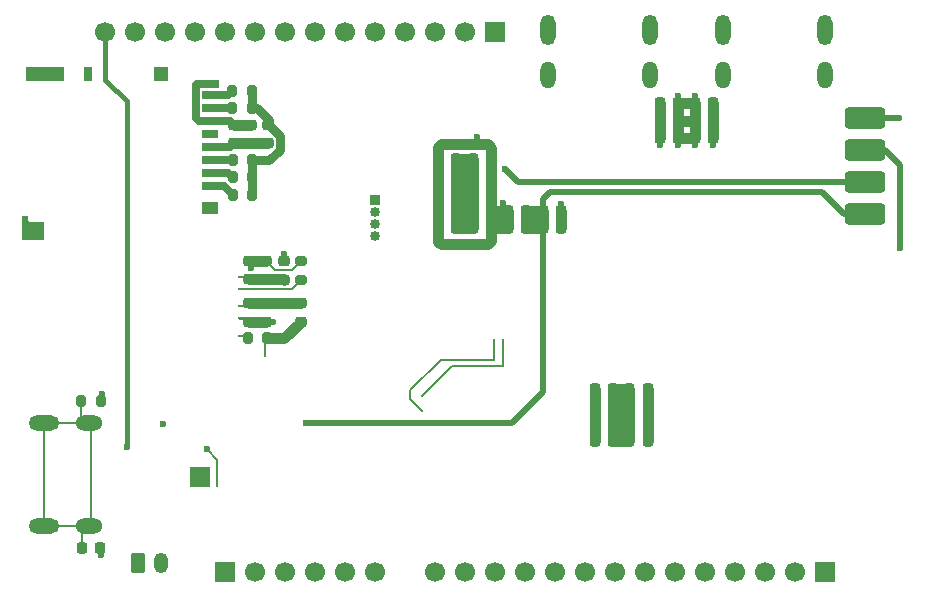
<source format=gbr>
%TF.GenerationSoftware,KiCad,Pcbnew,9.0.3*%
%TF.CreationDate,2025-10-10T02:21:22-04:00*%
%TF.ProjectId,sbc,7362632e-6b69-4636-9164-5f7063625858,rev?*%
%TF.SameCoordinates,Original*%
%TF.FileFunction,Copper,L6,Bot*%
%TF.FilePolarity,Positive*%
%FSLAX46Y46*%
G04 Gerber Fmt 4.6, Leading zero omitted, Abs format (unit mm)*
G04 Created by KiCad (PCBNEW 9.0.3) date 2025-10-10 02:21:22*
%MOMM*%
%LPD*%
G01*
G04 APERTURE LIST*
G04 Aperture macros list*
%AMRoundRect*
0 Rectangle with rounded corners*
0 $1 Rounding radius*
0 $2 $3 $4 $5 $6 $7 $8 $9 X,Y pos of 4 corners*
0 Add a 4 corners polygon primitive as box body*
4,1,4,$2,$3,$4,$5,$6,$7,$8,$9,$2,$3,0*
0 Add four circle primitives for the rounded corners*
1,1,$1+$1,$2,$3*
1,1,$1+$1,$4,$5*
1,1,$1+$1,$6,$7*
1,1,$1+$1,$8,$9*
0 Add four rect primitives between the rounded corners*
20,1,$1+$1,$2,$3,$4,$5,0*
20,1,$1+$1,$4,$5,$6,$7,0*
20,1,$1+$1,$6,$7,$8,$9,0*
20,1,$1+$1,$8,$9,$2,$3,0*%
%AMRotRect*
0 Rectangle, with rotation*
0 The origin of the aperture is its center*
0 $1 length*
0 $2 width*
0 $3 Rotation angle, in degrees counterclockwise*
0 Add horizontal line*
21,1,$1,$2,0,0,$3*%
G04 Aperture macros list end*
%TA.AperFunction,SMDPad,CuDef*%
%ADD10RoundRect,0.225000X0.250000X-0.225000X0.250000X0.225000X-0.250000X0.225000X-0.250000X-0.225000X0*%
%TD*%
%TA.AperFunction,HeatsinkPad*%
%ADD11O,2.300000X1.300000*%
%TD*%
%TA.AperFunction,HeatsinkPad*%
%ADD12O,2.600000X1.300000*%
%TD*%
%TA.AperFunction,ComponentPad*%
%ADD13RoundRect,0.250000X-0.350000X-0.625000X0.350000X-0.625000X0.350000X0.625000X-0.350000X0.625000X0*%
%TD*%
%TA.AperFunction,ComponentPad*%
%ADD14O,1.200000X1.750000*%
%TD*%
%TA.AperFunction,HeatsinkPad*%
%ADD15O,1.300000X2.300000*%
%TD*%
%TA.AperFunction,HeatsinkPad*%
%ADD16O,1.300000X2.600000*%
%TD*%
%TA.AperFunction,ComponentPad*%
%ADD17R,1.700000X1.700000*%
%TD*%
%TA.AperFunction,ComponentPad*%
%ADD18C,1.700000*%
%TD*%
%TA.AperFunction,HeatsinkPad*%
%ADD19C,0.500000*%
%TD*%
%TA.AperFunction,HeatsinkPad*%
%ADD20R,1.680000X1.680000*%
%TD*%
%TA.AperFunction,ComponentPad*%
%ADD21R,0.850000X0.850000*%
%TD*%
%TA.AperFunction,ComponentPad*%
%ADD22C,0.850000*%
%TD*%
%TA.AperFunction,SMDPad,CuDef*%
%ADD23RoundRect,0.225000X-0.225000X-0.250000X0.225000X-0.250000X0.225000X0.250000X-0.225000X0.250000X0*%
%TD*%
%TA.AperFunction,SMDPad,CuDef*%
%ADD24RoundRect,0.200000X0.200000X0.275000X-0.200000X0.275000X-0.200000X-0.275000X0.200000X-0.275000X0*%
%TD*%
%TA.AperFunction,SMDPad,CuDef*%
%ADD25RoundRect,0.250000X1.450000X0.650000X-1.450000X0.650000X-1.450000X-0.650000X1.450000X-0.650000X0*%
%TD*%
%TA.AperFunction,SMDPad,CuDef*%
%ADD26RoundRect,0.218750X0.256250X-0.218750X0.256250X0.218750X-0.256250X0.218750X-0.256250X-0.218750X0*%
%TD*%
%TA.AperFunction,SMDPad,CuDef*%
%ADD27RoundRect,0.225000X0.225000X0.250000X-0.225000X0.250000X-0.225000X-0.250000X0.225000X-0.250000X0*%
%TD*%
%TA.AperFunction,SMDPad,CuDef*%
%ADD28R,1.400000X0.700000*%
%TD*%
%TA.AperFunction,SMDPad,CuDef*%
%ADD29R,1.200000X0.700000*%
%TD*%
%TA.AperFunction,SMDPad,CuDef*%
%ADD30R,0.800000X1.200000*%
%TD*%
%TA.AperFunction,SMDPad,CuDef*%
%ADD31R,1.900000X1.500000*%
%TD*%
%TA.AperFunction,SMDPad,CuDef*%
%ADD32RotRect,0.200000X0.200000X45.000000*%
%TD*%
%TA.AperFunction,SMDPad,CuDef*%
%ADD33R,0.500000X0.500000*%
%TD*%
%TA.AperFunction,SMDPad,CuDef*%
%ADD34R,1.400000X1.000000*%
%TD*%
%TA.AperFunction,SMDPad,CuDef*%
%ADD35R,3.200000X1.200000*%
%TD*%
%TA.AperFunction,SMDPad,CuDef*%
%ADD36R,1.200000X1.200000*%
%TD*%
%TA.AperFunction,SMDPad,CuDef*%
%ADD37RoundRect,0.225000X-0.250000X0.225000X-0.250000X-0.225000X0.250000X-0.225000X0.250000X0.225000X0*%
%TD*%
%TA.AperFunction,SMDPad,CuDef*%
%ADD38RoundRect,0.200000X-0.275000X0.200000X-0.275000X-0.200000X0.275000X-0.200000X0.275000X0.200000X0*%
%TD*%
%TA.AperFunction,SMDPad,CuDef*%
%ADD39RoundRect,0.218750X-0.256250X0.218750X-0.256250X-0.218750X0.256250X-0.218750X0.256250X0.218750X0*%
%TD*%
%TA.AperFunction,SMDPad,CuDef*%
%ADD40RoundRect,0.200000X-0.200000X-0.275000X0.200000X-0.275000X0.200000X0.275000X-0.200000X0.275000X0*%
%TD*%
%TA.AperFunction,ViaPad*%
%ADD41C,0.600000*%
%TD*%
%TA.AperFunction,ViaPad*%
%ADD42C,0.300000*%
%TD*%
%TA.AperFunction,Conductor*%
%ADD43C,0.762000*%
%TD*%
%TA.AperFunction,Conductor*%
%ADD44C,0.889000*%
%TD*%
%TA.AperFunction,Conductor*%
%ADD45C,0.635000*%
%TD*%
%TA.AperFunction,Conductor*%
%ADD46C,0.200000*%
%TD*%
%TA.AperFunction,Conductor*%
%ADD47C,0.254000*%
%TD*%
%TA.AperFunction,Conductor*%
%ADD48C,0.150000*%
%TD*%
%TA.AperFunction,Conductor*%
%ADD49C,0.508000*%
%TD*%
%TA.AperFunction,Conductor*%
%ADD50C,0.381000*%
%TD*%
G04 APERTURE END LIST*
D10*
%TO.P,FB1,1*%
%TO.N,/SD MMC/3.3V*%
X123010000Y-88165000D03*
%TO.P,FB1,2*%
%TO.N,P3V3*%
X123010000Y-86615000D03*
%TD*%
D11*
%TO.P,J6,S1,SHIELD*%
%TO.N,Net-(J6-SHIELD)*%
X107827500Y-111905000D03*
D12*
X104002500Y-111905000D03*
D11*
X107827500Y-120545000D03*
D12*
X104002500Y-120545000D03*
%TD*%
D13*
%TO.P,J3,1,Pin_1*%
%TO.N,V_BAT*%
X111970000Y-123710000D03*
D14*
%TO.P,J3,2,Pin_2*%
%TO.N,GND*%
X113970000Y-123710000D03*
%TD*%
D15*
%TO.P,J1,S1,SHIELD*%
%TO.N,GND*%
X170140000Y-82385000D03*
D16*
X170140000Y-78560000D03*
D15*
X161500000Y-82385000D03*
D16*
X161500000Y-78560000D03*
%TD*%
D15*
%TO.P,J7,S1,SHIELD*%
%TO.N,GND*%
X155320000Y-82385000D03*
D16*
X155320000Y-78560000D03*
D15*
X146680000Y-82385000D03*
D16*
X146680000Y-78560000D03*
%TD*%
D17*
%TO.P,J4,1,Pin_1*%
%TO.N,/FPGA + SRAM/FPGA/SPI_CNFG_CS*%
X119380000Y-124460000D03*
D18*
%TO.P,J4,2,Pin_2*%
%TO.N,/FPGA + SRAM/FPGA/SPI_CNFG_SCK*%
X121920000Y-124460000D03*
%TO.P,J4,3,Pin_3*%
%TO.N,/FPGA + SRAM/FPGA/SPI_CNFG_DI*%
X124460000Y-124460000D03*
%TO.P,J4,4,Pin_4*%
%TO.N,/FPGA + SRAM/FPGA/SPI_CNFG_DO*%
X127000000Y-124460000D03*
%TO.P,J4,5,Pin_5*%
%TO.N,P3V3*%
X129540000Y-124460000D03*
%TO.P,J4,6,Pin_6*%
%TO.N,GND*%
X132080000Y-124460000D03*
%TD*%
D19*
%TO.P,U9,17,VSS*%
%TO.N,GND*%
X116647500Y-117030000D03*
X117827500Y-117030000D03*
D20*
X117237500Y-116440000D03*
D19*
X116647500Y-115850000D03*
X117827500Y-115850000D03*
%TD*%
D17*
%TO.P,J8,1,Pin_1*%
%TO.N,GND*%
X170180000Y-124460000D03*
D18*
%TO.P,J8,2,Pin_2*%
%TO.N,/FPGA + SRAM/IO_B1*%
X167640000Y-124460000D03*
%TO.P,J8,3,Pin_3*%
%TO.N,/FPGA + SRAM/IO_B2*%
X165100000Y-124460000D03*
%TO.P,J8,4,Pin_4*%
%TO.N,/FPGA + SRAM/IO_B3*%
X162560000Y-124460000D03*
%TO.P,J8,5,Pin_5*%
%TO.N,/FPGA + SRAM/IO_B4*%
X160020000Y-124460000D03*
%TO.P,J8,6,Pin_6*%
%TO.N,/FPGA + SRAM/IO_B5*%
X157480000Y-124460000D03*
%TO.P,J8,7,Pin_7*%
%TO.N,/FPGA + SRAM/IO_B6*%
X154940000Y-124460000D03*
%TO.P,J8,8,Pin_8*%
%TO.N,/FPGA + SRAM/IO_B7*%
X152400000Y-124460000D03*
%TO.P,J8,9,Pin_9*%
%TO.N,/FPGA + SRAM/IO_B8*%
X149860000Y-124460000D03*
%TO.P,J8,10,Pin_10*%
%TO.N,/FPGA + SRAM/IO_B9*%
X147320000Y-124460000D03*
%TO.P,J8,11,Pin_11*%
%TO.N,/FPGA + SRAM/IO_B10*%
X144780000Y-124460000D03*
%TO.P,J8,12,Pin_12*%
%TO.N,GND*%
X142240000Y-124460000D03*
%TO.P,J8,13,Pin_13*%
%TO.N,P3V3*%
X139700000Y-124460000D03*
%TO.P,J8,14,Pin_14*%
%TO.N,V_BAT*%
X137160000Y-124460000D03*
%TD*%
D17*
%TO.P,J5,1,Pin_1*%
%TO.N,GND*%
X142240000Y-78740000D03*
D18*
%TO.P,J5,2,Pin_2*%
%TO.N,/FPGA + SRAM/IO_T1*%
X139700000Y-78740000D03*
%TO.P,J5,3,Pin_3*%
%TO.N,/FPGA + SRAM/IO_T2*%
X137160000Y-78740000D03*
%TO.P,J5,4,Pin_4*%
%TO.N,/FPGA + SRAM/IO_T3*%
X134620000Y-78740000D03*
%TO.P,J5,5,Pin_5*%
%TO.N,/FPGA + SRAM/IO_T4*%
X132080000Y-78740000D03*
%TO.P,J5,6,Pin_6*%
%TO.N,/FPGA + SRAM/IO_T5*%
X129540000Y-78740000D03*
%TO.P,J5,7,Pin_7*%
%TO.N,/FPGA + SRAM/IO_T6*%
X127000000Y-78740000D03*
%TO.P,J5,8,Pin_8*%
%TO.N,/FPGA + SRAM/IO_T7*%
X124460000Y-78740000D03*
%TO.P,J5,9,Pin_9*%
%TO.N,/FPGA + SRAM/IO_T8*%
X121920000Y-78740000D03*
%TO.P,J5,10,Pin_10*%
%TO.N,/FPGA + SRAM/IO_T9*%
X119380000Y-78740000D03*
%TO.P,J5,11,Pin_11*%
%TO.N,/FPGA + SRAM/IO_T10*%
X116840000Y-78740000D03*
%TO.P,J5,12,Pin_12*%
%TO.N,USB_VBUS2*%
X114300000Y-78740000D03*
%TO.P,J5,13,Pin_13*%
%TO.N,EN*%
X111760000Y-78740000D03*
%TO.P,J5,14,Pin_14*%
%TO.N,USB_VBUS*%
X109220000Y-78740000D03*
%TD*%
D21*
%TO.P,J9,1,Pin_1*%
%TO.N,EXT_PLL2P*%
X132080000Y-93000000D03*
D22*
%TO.P,J9,2,Pin_2*%
%TO.N,EXT_PLL2N*%
X132080000Y-94000000D03*
%TO.P,J9,3,Pin_3*%
%TO.N,EXT_PLL1P*%
X132080000Y-95000000D03*
%TO.P,J9,4,Pin_4*%
%TO.N,EXT_PLL1N*%
X132080000Y-96000000D03*
%TD*%
D10*
%TO.P,C57,1*%
%TO.N,Net-(U8-VPHY)*%
X121380000Y-99710000D03*
%TO.P,C57,2*%
%TO.N,GND*%
X121380000Y-98160000D03*
%TD*%
D23*
%TO.P,C26,1*%
%TO.N,P1V2*%
X140350000Y-90990000D03*
%TO.P,C26,2*%
%TO.N,GND*%
X141900000Y-90990000D03*
%TD*%
%TO.P,C12,1*%
%TO.N,P3V3*%
X153600000Y-109010000D03*
%TO.P,C12,2*%
%TO.N,GND*%
X155150000Y-109010000D03*
%TD*%
D24*
%TO.P,R20,1*%
%TO.N,P3V3*%
X122930000Y-104710000D03*
%TO.P,R20,2*%
%TO.N,Net-(U8-~{RESET})*%
X121280000Y-104710000D03*
%TD*%
D25*
%TO.P,TP3V3,1,1*%
%TO.N,P3V3*%
X173570000Y-88730000D03*
%TD*%
D26*
%TO.P,L8,1,1*%
%TO.N,P3V3*%
X125760000Y-103280000D03*
%TO.P,L8,2,2*%
%TO.N,Net-(U8-VPLL)*%
X125760000Y-101705000D03*
%TD*%
D27*
%TO.P,C47,1*%
%TO.N,USB_VBUS2*%
X160665000Y-86260000D03*
%TO.P,C47,2*%
%TO.N,GND*%
X159115000Y-86260000D03*
%TD*%
D24*
%TO.P,R3,1*%
%TO.N,P3V3*%
X121640000Y-92530000D03*
%TO.P,R3,2*%
%TO.N,/FPGA + SRAM/SD_DAT2*%
X119990000Y-92530000D03*
%TD*%
D23*
%TO.P,C53,1*%
%TO.N,P3V3*%
X153600000Y-111930000D03*
%TO.P,C53,2*%
%TO.N,GND*%
X155150000Y-111930000D03*
%TD*%
D10*
%TO.P,C2,1*%
%TO.N,/SD MMC/3.3V*%
X121550000Y-88180000D03*
%TO.P,C2,2*%
%TO.N,GND*%
X121550000Y-86630000D03*
%TD*%
D27*
%TO.P,C11,1*%
%TO.N,P3V3*%
X152190000Y-113390000D03*
%TO.P,C11,2*%
%TO.N,GND*%
X150640000Y-113390000D03*
%TD*%
D25*
%TO.P,TP1V2,1,1*%
%TO.N,P1V2*%
X173570000Y-91430000D03*
%TD*%
D23*
%TO.P,C25,1*%
%TO.N,P1V2*%
X140350000Y-92450000D03*
%TO.P,C25,2*%
%TO.N,GND*%
X141900000Y-92450000D03*
%TD*%
D28*
%TO.P,J2,1,DAT2*%
%TO.N,/FPGA + SRAM/SD_DAT2*%
X118120000Y-91800000D03*
%TO.P,J2,2,DAT3/CD*%
%TO.N,/FPGA + SRAM/SD_DAT3*%
X118120000Y-90700000D03*
%TO.P,J2,3,CMD*%
%TO.N,/SD MMC/SD_CMD*%
X118120000Y-89600000D03*
%TO.P,J2,4,VDD*%
%TO.N,/SD MMC/3.3V*%
X118120000Y-88500000D03*
%TO.P,J2,5,CLK*%
%TO.N,/FPGA + SRAM/SD_CLK*%
X118120000Y-87400000D03*
%TO.P,J2,6,VSS*%
%TO.N,GND*%
X118120000Y-86300000D03*
%TO.P,J2,7,DAT0*%
%TO.N,/FPGA + SRAM/SD_DAT0*%
X118120000Y-85200000D03*
%TO.P,J2,8,DAT1*%
%TO.N,/FPGA + SRAM/SD_DAT1*%
X118120000Y-84100000D03*
D29*
%TO.P,J2,9,SHIELD*%
%TO.N,GND*%
X118220000Y-83150000D03*
D30*
%TO.P,J2,10*%
%TO.N,N/C*%
X107720000Y-82300000D03*
D31*
%TO.P,J2,11*%
X103120000Y-95600000D03*
D32*
X102670000Y-94850000D03*
D33*
X102420000Y-94600000D03*
D34*
X118120000Y-93700000D03*
D35*
X104120000Y-82300000D03*
D36*
X113920000Y-82300000D03*
%TD*%
D10*
%TO.P,C46,1*%
%TO.N,Net-(U8-VPHY)*%
X122850000Y-99710000D03*
%TO.P,C46,2*%
%TO.N,GND*%
X122850000Y-98160000D03*
%TD*%
D24*
%TO.P,R46,1*%
%TO.N,P3V3*%
X121620000Y-85190000D03*
%TO.P,R46,2*%
%TO.N,/FPGA + SRAM/SD_DAT0*%
X119970000Y-85190000D03*
%TD*%
D27*
%TO.P,C17,1*%
%TO.N,P1V2*%
X138940000Y-89530000D03*
%TO.P,C17,2*%
%TO.N,GND*%
X137390000Y-89530000D03*
%TD*%
%TO.P,C27,1*%
%TO.N,P2V5*%
X144860000Y-93910000D03*
%TO.P,C27,2*%
%TO.N,GND*%
X143310000Y-93910000D03*
%TD*%
D23*
%TO.P,C31,1*%
%TO.N,USB_VBUS2*%
X156155000Y-87730000D03*
%TO.P,C31,2*%
%TO.N,GND*%
X157705000Y-87730000D03*
%TD*%
D37*
%TO.P,C59,1*%
%TO.N,Net-(U8-VPLL)*%
X122840000Y-101730000D03*
%TO.P,C59,2*%
%TO.N,GND*%
X122840000Y-103280000D03*
%TD*%
D27*
%TO.P,C20,1*%
%TO.N,P1V2*%
X138940000Y-92450000D03*
%TO.P,C20,2*%
%TO.N,GND*%
X137390000Y-92450000D03*
%TD*%
D23*
%TO.P,C30,1*%
%TO.N,P2V5*%
X146270000Y-93910000D03*
%TO.P,C30,2*%
%TO.N,GND*%
X147820000Y-93910000D03*
%TD*%
%TO.P,C24,1*%
%TO.N,P1V2*%
X140350000Y-93910000D03*
%TO.P,C24,2*%
%TO.N,GND*%
X141900000Y-93910000D03*
%TD*%
D25*
%TO.P,TP2V5,1,1*%
%TO.N,P2V5*%
X173570000Y-94130000D03*
%TD*%
D38*
%TO.P,R19,1*%
%TO.N,GND*%
X125780000Y-98110000D03*
%TO.P,R19,2*%
%TO.N,Net-(U8-REF)*%
X125780000Y-99760000D03*
%TD*%
D27*
%TO.P,C19,1*%
%TO.N,P1V2*%
X138940000Y-90990000D03*
%TO.P,C19,2*%
%TO.N,GND*%
X137390000Y-90990000D03*
%TD*%
%TO.P,C32,1*%
%TO.N,USB_VBUS2*%
X160665000Y-87730000D03*
%TO.P,C32,2*%
%TO.N,GND*%
X159115000Y-87730000D03*
%TD*%
D23*
%TO.P,C18,1*%
%TO.N,P1V2*%
X140350000Y-95370000D03*
%TO.P,C18,2*%
%TO.N,GND*%
X141900000Y-95370000D03*
%TD*%
D10*
%TO.P,C1,1*%
%TO.N,/SD MMC/3.3V*%
X120080000Y-88180000D03*
%TO.P,C1,2*%
%TO.N,GND*%
X120080000Y-86630000D03*
%TD*%
D23*
%TO.P,C23,1*%
%TO.N,P1V2*%
X140350000Y-89530000D03*
%TO.P,C23,2*%
%TO.N,GND*%
X141900000Y-89530000D03*
%TD*%
D27*
%TO.P,C50,1*%
%TO.N,P3V3*%
X152190000Y-110470000D03*
%TO.P,C50,2*%
%TO.N,GND*%
X150640000Y-110470000D03*
%TD*%
D23*
%TO.P,C63,1*%
%TO.N,USB_VBUS2*%
X156155000Y-84790000D03*
%TO.P,C63,2*%
%TO.N,GND*%
X157705000Y-84790000D03*
%TD*%
%TO.P,C48,1*%
%TO.N,USB_VBUS2*%
X156155000Y-86260000D03*
%TO.P,C48,2*%
%TO.N,GND*%
X157705000Y-86260000D03*
%TD*%
D25*
%TO.P,TP5V0,1,1*%
%TO.N,USB_VBUS2*%
X173570000Y-86030000D03*
%TD*%
D23*
%TO.P,C54,1*%
%TO.N,P3V3*%
X153600000Y-110470000D03*
%TO.P,C54,2*%
%TO.N,GND*%
X155150000Y-110470000D03*
%TD*%
D27*
%TO.P,C51,1*%
%TO.N,P3V3*%
X152190000Y-111930000D03*
%TO.P,C51,2*%
%TO.N,GND*%
X150640000Y-111930000D03*
%TD*%
%TO.P,C21,1*%
%TO.N,P1V2*%
X138940000Y-93910000D03*
%TO.P,C21,2*%
%TO.N,GND*%
X137390000Y-93910000D03*
%TD*%
D23*
%TO.P,C29,1*%
%TO.N,P2V5*%
X146270000Y-95370000D03*
%TO.P,C29,2*%
%TO.N,GND*%
X147820000Y-95370000D03*
%TD*%
D27*
%TO.P,C62,1*%
%TO.N,USB_VBUS2*%
X160665000Y-84790000D03*
%TO.P,C62,2*%
%TO.N,GND*%
X159115000Y-84790000D03*
%TD*%
D23*
%TO.P,C3,1*%
%TO.N,Net-(J6-SHIELD)*%
X107255000Y-122420000D03*
%TO.P,C3,2*%
%TO.N,GND*%
X108805000Y-122420000D03*
%TD*%
D39*
%TO.P,L7,1,1*%
%TO.N,P3V3*%
X124320000Y-98142500D03*
%TO.P,L7,2,2*%
%TO.N,Net-(U8-VPHY)*%
X124320000Y-99717500D03*
%TD*%
D27*
%TO.P,C28,1*%
%TO.N,P2V5*%
X144860000Y-95370000D03*
%TO.P,C28,2*%
%TO.N,GND*%
X143310000Y-95370000D03*
%TD*%
D24*
%TO.P,R47,1*%
%TO.N,P3V3*%
X121640000Y-89610000D03*
%TO.P,R47,2*%
%TO.N,/SD MMC/SD_CMD*%
X119990000Y-89610000D03*
%TD*%
%TO.P,R2,1*%
%TO.N,P3V3*%
X121640000Y-91070000D03*
%TO.P,R2,2*%
%TO.N,/FPGA + SRAM/SD_DAT3*%
X119990000Y-91070000D03*
%TD*%
D27*
%TO.P,C22,1*%
%TO.N,P1V2*%
X138940000Y-95370000D03*
%TO.P,C22,2*%
%TO.N,GND*%
X137390000Y-95370000D03*
%TD*%
D40*
%TO.P,R1,1*%
%TO.N,Net-(J6-SHIELD)*%
X107175000Y-110000000D03*
%TO.P,R1,2*%
%TO.N,GND*%
X108825000Y-110000000D03*
%TD*%
D37*
%TO.P,C58,1*%
%TO.N,Net-(U8-VPLL)*%
X121380000Y-101730000D03*
%TO.P,C58,2*%
%TO.N,GND*%
X121380000Y-103280000D03*
%TD*%
D23*
%TO.P,C52,1*%
%TO.N,P3V3*%
X153600000Y-113400000D03*
%TO.P,C52,2*%
%TO.N,GND*%
X155150000Y-113400000D03*
%TD*%
D24*
%TO.P,R45,1*%
%TO.N,P3V3*%
X121620000Y-83730000D03*
%TO.P,R45,2*%
%TO.N,/FPGA + SRAM/SD_DAT1*%
X119970000Y-83730000D03*
%TD*%
D27*
%TO.P,C49,1*%
%TO.N,P3V3*%
X152190000Y-109010000D03*
%TO.P,C49,2*%
%TO.N,GND*%
X150640000Y-109010000D03*
%TD*%
D41*
%TO.N,GND*%
X114079997Y-111940000D03*
X121560000Y-98760000D03*
D42*
X120500000Y-103000000D03*
D41*
X155150000Y-113400000D03*
X159150000Y-84170000D03*
X150640000Y-109010000D03*
X157700000Y-84170000D03*
X155200000Y-109040000D03*
X159130000Y-88350000D03*
X150640000Y-113390000D03*
X123441331Y-103283871D03*
X108900000Y-109400000D03*
X157680000Y-88340000D03*
X108828091Y-123041263D03*
X121550000Y-86630000D03*
X147813171Y-93290187D03*
X140690000Y-87650000D03*
X142880000Y-93280000D03*
%TO.N,V_SYS*%
X117796100Y-114069354D03*
D42*
X118700000Y-117200000D03*
%TO.N,/FPGA + SRAM/SD_DAT0*%
X118120000Y-85200000D03*
%TO.N,/FPGA + SRAM/SD_CLK*%
X118120000Y-87400000D03*
%TO.N,/FPGA + SRAM/SD_DAT1*%
X118120000Y-84100000D03*
%TO.N,/FPGA + SRAM/SD_DAT3*%
X118120000Y-90700000D03*
%TO.N,/FPGA + SRAM/FPGA/SPI_CNFG_CS*%
X142900000Y-104800000D03*
X136025000Y-109560000D03*
D41*
%TO.N,P1V2*%
X140350000Y-92500000D03*
X140350000Y-91000000D03*
X140350000Y-89530000D03*
X143070000Y-90350000D03*
D42*
%TO.N,/SD MMC/SD_CMD*%
X118120000Y-89600000D03*
D41*
%TO.N,USB_VBUS*%
X111030532Y-113909267D03*
D42*
%TO.N,P3V3*%
X122700000Y-106200000D03*
D41*
X152190000Y-113390000D03*
X121640000Y-92530000D03*
X153600000Y-109010000D03*
X153600000Y-111930000D03*
X121640000Y-89610000D03*
X152190000Y-110470000D03*
X124320000Y-97550000D03*
X176530000Y-97040000D03*
X124300000Y-104710000D03*
D42*
%TO.N,/FPGA + SRAM/SD_DAT2*%
X118120000Y-91800000D03*
%TO.N,P2V5*%
X145400000Y-93600000D03*
D41*
X126198000Y-111901000D03*
D42*
%TO.N,/FPGA + SRAM/FPGA/SPI_CNFG_DO*%
X142100000Y-104800000D03*
X136025000Y-110830000D03*
%TO.N,Net-(U8-REF)*%
X120500000Y-100500000D03*
%TO.N,Net-(U8-~{RESET})*%
X120500000Y-104500000D03*
%TO.N,Net-(U8-VPLL)*%
X120500000Y-102000000D03*
%TO.N,Net-(U8-VPHY)*%
X120500000Y-99500000D03*
D41*
%TO.N,USB_VBUS2*%
X156155000Y-88350000D03*
X160670000Y-88360000D03*
X176380000Y-86000000D03*
%TD*%
D43*
%TO.N,P3V3*%
X123045025Y-86215025D02*
X123045025Y-86615000D01*
X122020000Y-85190000D02*
X123045025Y-86215025D01*
X121620000Y-85190000D02*
X122020000Y-85190000D01*
X124017000Y-87586975D02*
X123045025Y-86615000D01*
X124017000Y-88709794D02*
X124017000Y-87586975D01*
X123116794Y-89610000D02*
X124017000Y-88709794D01*
X121640000Y-89610000D02*
X123116794Y-89610000D01*
D44*
%TO.N,/SD MMC/3.3V*%
X122995000Y-88180000D02*
X123010000Y-88165000D01*
X121550000Y-88180000D02*
X122995000Y-88180000D01*
D45*
%TO.N,GND*%
X117133000Y-86300000D02*
X116901500Y-86068500D01*
X116901500Y-83231500D02*
X116983000Y-83150000D01*
D44*
X143310000Y-93910000D02*
X143310000Y-95370000D01*
D46*
X125009000Y-98881000D02*
X125780000Y-98110000D01*
D44*
X155150000Y-111930000D02*
X155150000Y-113400000D01*
X150640000Y-110470000D02*
X150640000Y-113390000D01*
X141900000Y-88550000D02*
X141900000Y-89530000D01*
X137390000Y-90990000D02*
X137390000Y-92450000D01*
X137390000Y-96540000D02*
X137600000Y-96750000D01*
X155150000Y-110470000D02*
X155150000Y-111930000D01*
D46*
X122850000Y-98160000D02*
X123571000Y-98881000D01*
D44*
X141900000Y-89530000D02*
X141900000Y-90990000D01*
X159115000Y-86260000D02*
X159115000Y-87730000D01*
X141900000Y-93960000D02*
X143310000Y-95370000D01*
X141900000Y-96450000D02*
X141900000Y-95370000D01*
D47*
X121100000Y-103000000D02*
X121380000Y-103280000D01*
D44*
X137390000Y-89530000D02*
X137390000Y-88460000D01*
D45*
X116983000Y-83150000D02*
X118220000Y-83150000D01*
D44*
X157705000Y-86260000D02*
X159115000Y-86260000D01*
D46*
X123571000Y-98881000D02*
X125009000Y-98881000D01*
D44*
X150640000Y-109010000D02*
X150640000Y-110470000D01*
X157705000Y-87730000D02*
X159115000Y-87730000D01*
X141900000Y-93910000D02*
X143310000Y-93910000D01*
X159115000Y-84790000D02*
X159115000Y-86260000D01*
X137390000Y-88460000D02*
X137600000Y-88250000D01*
X137390000Y-95370000D02*
X137390000Y-96540000D01*
X141900000Y-92450000D02*
X141900000Y-93910000D01*
X141900000Y-95370000D02*
X143310000Y-95370000D01*
X141600000Y-88250000D02*
X141900000Y-88550000D01*
X141600000Y-96750000D02*
X141900000Y-96450000D01*
X137390000Y-93910000D02*
X137390000Y-95370000D01*
X141900000Y-93910000D02*
X141900000Y-93960000D01*
D45*
X116901500Y-86068500D02*
X116901500Y-83231500D01*
X119750000Y-86300000D02*
X120080000Y-86630000D01*
D44*
X137600000Y-96750000D02*
X141600000Y-96750000D01*
X141900000Y-93910000D02*
X141900000Y-95370000D01*
X155150000Y-109010000D02*
X155150000Y-110470000D01*
X120080000Y-86630000D02*
X121550000Y-86630000D01*
X137600000Y-88250000D02*
X141600000Y-88250000D01*
D45*
X118120000Y-86300000D02*
X117133000Y-86300000D01*
D44*
X121380000Y-98160000D02*
X122850000Y-98160000D01*
X121380000Y-103280000D02*
X122840000Y-103280000D01*
X157705000Y-84790000D02*
X159115000Y-84790000D01*
D45*
X118120000Y-86300000D02*
X119750000Y-86300000D01*
D44*
X141900000Y-90990000D02*
X141900000Y-92450000D01*
X157705000Y-87730000D02*
X157705000Y-86260000D01*
D47*
X120500000Y-103000000D02*
X121100000Y-103000000D01*
D44*
X157705000Y-86260000D02*
X157705000Y-84790000D01*
X147820000Y-93910000D02*
X147820000Y-95370000D01*
X137390000Y-89530000D02*
X137390000Y-90990000D01*
X137390000Y-92450000D02*
X137390000Y-93910000D01*
D46*
%TO.N,V_SYS*%
X118700000Y-117200000D02*
X118700000Y-114973254D01*
X118700000Y-114973254D02*
X117796100Y-114069354D01*
D45*
%TO.N,/FPGA + SRAM/SD_DAT0*%
X119960000Y-85200000D02*
X119970000Y-85190000D01*
X118120000Y-85200000D02*
X119960000Y-85200000D01*
%TO.N,/FPGA + SRAM/SD_DAT1*%
X118120000Y-84100000D02*
X119600000Y-84100000D01*
X119600000Y-84100000D02*
X119970000Y-83730000D01*
%TO.N,/FPGA + SRAM/SD_DAT3*%
X118120000Y-90700000D02*
X119620000Y-90700000D01*
X119620000Y-90700000D02*
X119990000Y-91070000D01*
D48*
%TO.N,/FPGA + SRAM/FPGA/SPI_CNFG_CS*%
X142900000Y-107000000D02*
X142900000Y-104800000D01*
X136025000Y-109560000D02*
X136040000Y-109560000D01*
X138600000Y-107000000D02*
X142900000Y-107000000D01*
X136040000Y-109560000D02*
X138600000Y-107000000D01*
D44*
%TO.N,P1V2*%
X140350000Y-92450000D02*
X140350000Y-92500000D01*
X140350000Y-92500000D02*
X140350000Y-93910000D01*
X138940000Y-93910000D02*
X140350000Y-93910000D01*
X138940000Y-93960000D02*
X140350000Y-95370000D01*
X138940000Y-95370000D02*
X140350000Y-95370000D01*
X138940000Y-92450000D02*
X138940000Y-92500000D01*
X138940000Y-93910000D02*
X138940000Y-93960000D01*
X138940000Y-90990000D02*
X138940000Y-91040000D01*
X138940000Y-92450000D02*
X140350000Y-92450000D01*
X138940000Y-95370000D02*
X138940000Y-93910000D01*
X138940000Y-89530000D02*
X138940000Y-89580000D01*
X138940000Y-89580000D02*
X140350000Y-90990000D01*
X140350000Y-89530000D02*
X140350000Y-90990000D01*
X138940000Y-90990000D02*
X138940000Y-89530000D01*
X138940000Y-92500000D02*
X140350000Y-93910000D01*
X140350000Y-90990000D02*
X140350000Y-91000000D01*
X138940000Y-92450000D02*
X138940000Y-90990000D01*
X140350000Y-91000000D02*
X140350000Y-92450000D01*
D49*
X144150000Y-91430000D02*
X173570000Y-91430000D01*
D44*
X138940000Y-89530000D02*
X140350000Y-89530000D01*
X140350000Y-93910000D02*
X140350000Y-95370000D01*
D49*
X143070000Y-90350000D02*
X144150000Y-91430000D01*
D44*
X138940000Y-93910000D02*
X138940000Y-92450000D01*
X138940000Y-91040000D02*
X140350000Y-92450000D01*
X138940000Y-90990000D02*
X140350000Y-90990000D01*
D45*
%TO.N,/SD MMC/SD_CMD*%
X119980000Y-89600000D02*
X119990000Y-89610000D01*
X118120000Y-89600000D02*
X119980000Y-89600000D01*
D50*
%TO.N,USB_VBUS*%
X111030532Y-113909267D02*
X111030532Y-84630532D01*
X111030532Y-84630532D02*
X109220000Y-82820000D01*
X109220000Y-82820000D02*
X109220000Y-78740000D01*
D44*
%TO.N,P3V3*%
X124330000Y-104710000D02*
X125760000Y-103280000D01*
X152190000Y-109010000D02*
X152190000Y-110470000D01*
X152190000Y-110470000D02*
X153600000Y-110470000D01*
X152190000Y-110520000D02*
X152190000Y-110470000D01*
X152190000Y-110470000D02*
X152190000Y-111930000D01*
X152190000Y-109010000D02*
X153600000Y-109010000D01*
X152190000Y-113390000D02*
X153590000Y-113390000D01*
X153600000Y-111930000D02*
X153600000Y-113400000D01*
X152190000Y-111990000D02*
X153600000Y-113400000D01*
D49*
X176530000Y-89990000D02*
X176530000Y-97040000D01*
D44*
X153590000Y-113390000D02*
X153600000Y-113400000D01*
D49*
X175270000Y-88730000D02*
X176530000Y-89990000D01*
D43*
X121640000Y-91070000D02*
X121640000Y-92530000D01*
D44*
X153600000Y-110470000D02*
X153600000Y-111930000D01*
D46*
X122700000Y-106200000D02*
X122700000Y-104940000D01*
D44*
X152190000Y-109010000D02*
X152190000Y-109060000D01*
X122930000Y-104710000D02*
X124300000Y-104710000D01*
X152190000Y-111930000D02*
X152190000Y-113390000D01*
D49*
X173570000Y-88730000D02*
X175270000Y-88730000D01*
D44*
X152190000Y-111930000D02*
X152190000Y-111990000D01*
D46*
X122700000Y-104940000D02*
X122930000Y-104710000D01*
D43*
X121640000Y-89610000D02*
X121640000Y-91070000D01*
D44*
X153600000Y-109010000D02*
X153600000Y-110470000D01*
X152190000Y-111930000D02*
X153600000Y-111930000D01*
X153600000Y-111930000D02*
X152190000Y-110520000D01*
X152190000Y-109060000D02*
X153600000Y-110470000D01*
X124300000Y-104710000D02*
X124330000Y-104710000D01*
D43*
X121620000Y-83730000D02*
X121620000Y-85190000D01*
D45*
%TO.N,/FPGA + SRAM/SD_DAT2*%
X119260000Y-91800000D02*
X119990000Y-92530000D01*
X118120000Y-91800000D02*
X119260000Y-91800000D01*
D44*
%TO.N,P2V5*%
X144860000Y-93960000D02*
X146270000Y-95370000D01*
D49*
X171740000Y-94130000D02*
X173570000Y-94130000D01*
D44*
X144860000Y-95370000D02*
X144860000Y-93910000D01*
X144860000Y-93910000D02*
X144860000Y-93960000D01*
X146270000Y-95370000D02*
X144860000Y-95370000D01*
D49*
X146270000Y-92880000D02*
X146850000Y-92300000D01*
X146850000Y-92300000D02*
X169910000Y-92300000D01*
X146270000Y-109270000D02*
X146270000Y-95370000D01*
D44*
X146270000Y-93910000D02*
X146270000Y-95370000D01*
D49*
X126198000Y-111901000D02*
X143639000Y-111901000D01*
X169910000Y-92300000D02*
X171740000Y-94130000D01*
X143639000Y-111901000D02*
X146270000Y-109270000D01*
X146270000Y-93910000D02*
X146270000Y-92880000D01*
D44*
X144860000Y-93910000D02*
X146270000Y-93910000D01*
D48*
%TO.N,/FPGA + SRAM/FPGA/SPI_CNFG_DO*%
X136025000Y-110825000D02*
X135000000Y-109800000D01*
X137600000Y-106500000D02*
X142100000Y-106500000D01*
X136025000Y-110830000D02*
X136025000Y-110825000D01*
X142100000Y-106500000D02*
X142100000Y-104800000D01*
X135000000Y-109100000D02*
X137600000Y-106500000D01*
X135000000Y-109800000D02*
X135000000Y-109100000D01*
D46*
%TO.N,Net-(U8-REF)*%
X120500000Y-100500000D02*
X125040000Y-100500000D01*
X125040000Y-100500000D02*
X125780000Y-99760000D01*
%TO.N,Net-(U8-~{RESET})*%
X120500000Y-104500000D02*
X121070000Y-104500000D01*
X121070000Y-104500000D02*
X121280000Y-104710000D01*
D44*
%TO.N,Net-(U8-VPLL)*%
X122840000Y-101730000D02*
X125735000Y-101730000D01*
D46*
X121110000Y-102000000D02*
X121380000Y-101730000D01*
X120500000Y-102000000D02*
X121110000Y-102000000D01*
D44*
X125735000Y-101730000D02*
X125760000Y-101705000D01*
X121380000Y-101730000D02*
X122840000Y-101730000D01*
D46*
%TO.N,Net-(U8-VPHY)*%
X121170000Y-99500000D02*
X121380000Y-99710000D01*
D44*
X122850000Y-99710000D02*
X124312500Y-99710000D01*
X124312500Y-99710000D02*
X124320000Y-99717500D01*
X121380000Y-99710000D02*
X122850000Y-99710000D01*
D46*
X120500000Y-99500000D02*
X121170000Y-99500000D01*
%TO.N,USB_VBUS2*%
X160665000Y-88355000D02*
X160670000Y-88360000D01*
D44*
X160665000Y-86260000D02*
X160665000Y-87730000D01*
X156155000Y-87730000D02*
X156155000Y-86260000D01*
X156155000Y-86260000D02*
X156155000Y-84790000D01*
D46*
X160665000Y-87730000D02*
X160665000Y-88355000D01*
D44*
X160665000Y-84790000D02*
X160665000Y-86260000D01*
D49*
X173570000Y-86030000D02*
X176350000Y-86030000D01*
X176350000Y-86030000D02*
X176380000Y-86000000D01*
D46*
X156155000Y-88350000D02*
X156155000Y-87730000D01*
%TO.N,Net-(J6-SHIELD)*%
X108003500Y-120369000D02*
X107827500Y-120545000D01*
X107827500Y-120545000D02*
X104002500Y-120545000D01*
X107827500Y-111905000D02*
X104002500Y-111905000D01*
X107175000Y-111252500D02*
X107827500Y-111905000D01*
X107255000Y-122420000D02*
X107255000Y-121117500D01*
X104002500Y-111905000D02*
X104002500Y-120545000D01*
X107255000Y-121117500D02*
X107827500Y-120545000D01*
X108003500Y-112081000D02*
X108003500Y-120369000D01*
X107827500Y-111905000D02*
X108003500Y-112081000D01*
X107175000Y-110000000D02*
X107175000Y-111252500D01*
D45*
%TO.N,/SD MMC/3.3V*%
X119760000Y-88500000D02*
X120080000Y-88180000D01*
X118120000Y-88500000D02*
X119760000Y-88500000D01*
D44*
X120080000Y-88180000D02*
X121550000Y-88180000D01*
%TD*%
M02*

</source>
